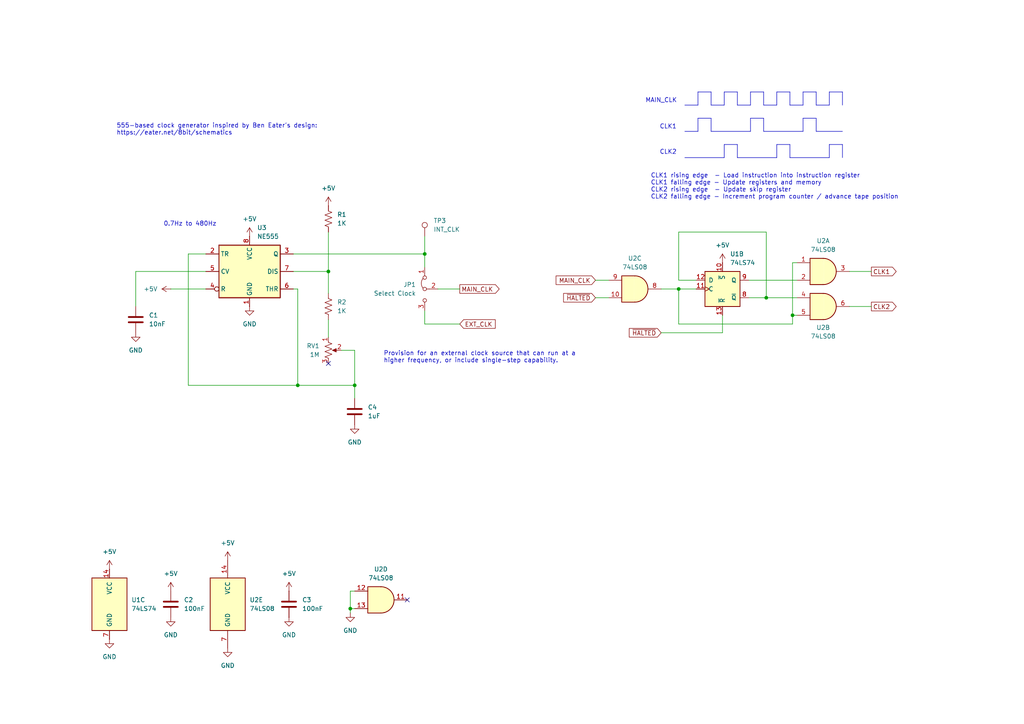
<source format=kicad_sch>
(kicad_sch (version 20231120) (generator "eeschema") (generator_version "8.0")
  (paper "A4")
  (title_block (title "UE1-TTL Clock and Front Panel") (date "2025") (rev "1") (comment 1 "Copyright (c) 2025 Rhys Weatherley") (comment 3 "Clock"))
  (lib_symbols
    (symbol "74xx:74LS08" (pin_names (offset 1.016))
      (property "Reference" "U" (at 0 1.27 0))
      (property "Value" "74LS08" (at 0 -1.27 0))
      (symbol "74LS08_1_1"
        (arc (start 0 -3.81) (mid 3.7934 0) (end 0 3.81) (stroke (width 0.254)) (fill (type background)))
        (polyline (pts (xy 0 3.81) (xy -3.81 3.81) (xy -3.81 -3.81) (xy 0 -3.81)) (stroke (width 0.254)) (fill (type background)))
        (pin input line (at -7.62 2.54 0) (length 3.81) (name "~") (number "1"))
        (pin input line (at -7.62 -2.54 0) (length 3.81) (name "~") (number "2"))
        (pin output line (at 7.62 0 180) (length 3.81) (name "~") (number "3"))
      )
      (symbol "74LS08_1_2"
        (arc (start -3.81 -3.81) (mid -2.589 0) (end -3.81 3.81) (stroke (width 0.254)))
        (arc (start -0.6096 -3.81) (mid 2.1842 -2.5851) (end 3.81 0) (stroke (width 0.254)) (fill (type background)))
        (polyline (pts (xy -3.81 -3.81) (xy -0.635 -3.81)) (stroke (width 0.254)) (fill (type background)))
        (polyline (pts (xy -3.81 3.81) (xy -0.635 3.81)) (stroke (width 0.254)) (fill (type background)))
        (polyline (pts (xy -0.635 3.81) (xy -3.81 3.81) (xy -3.81 3.81) (xy -3.556 3.4036) (xy -3.0226 2.2606) (xy -2.6924 1.0414) (xy -2.6162 -0.254) (xy -2.7686 -1.4986) (xy -3.175 -2.7178) (xy -3.81 -3.81) (xy -3.81 -3.81) (xy -0.635 -3.81)) (stroke (width -25.4)) (fill (type background)))
        (arc (start 3.81 0) (mid 2.1915 2.5936) (end -0.6096 3.81) (stroke (width 0.254)) (fill (type background)))
        (pin input inverted (at -7.62 2.54 0) (length 4.318) (name "~") (number "1"))
        (pin input inverted (at -7.62 -2.54 0) (length 4.318) (name "~") (number "2"))
        (pin output inverted (at 7.62 0 180) (length 3.81) (name "~") (number "3"))
      )
      (symbol "74LS08_2_1"
        (arc (start 0 -3.81) (mid 3.7934 0) (end 0 3.81) (stroke (width 0.254)) (fill (type background)))
        (polyline (pts (xy 0 3.81) (xy -3.81 3.81) (xy -3.81 -3.81) (xy 0 -3.81)) (stroke (width 0.254)) (fill (type background)))
        (pin input line (at -7.62 2.54 0) (length 3.81) (name "~") (number "4"))
        (pin input line (at -7.62 -2.54 0) (length 3.81) (name "~") (number "5"))
        (pin output line (at 7.62 0 180) (length 3.81) (name "~") (number "6"))
      )
      (symbol "74LS08_2_2"
        (arc (start -3.81 -3.81) (mid -2.589 0) (end -3.81 3.81) (stroke (width 0.254)))
        (arc (start -0.6096 -3.81) (mid 2.1842 -2.5851) (end 3.81 0) (stroke (width 0.254)) (fill (type background)))
        (polyline (pts (xy -3.81 -3.81) (xy -0.635 -3.81)) (stroke (width 0.254)) (fill (type background)))
        (polyline (pts (xy -3.81 3.81) (xy -0.635 3.81)) (stroke (width 0.254)) (fill (type background)))
        (polyline (pts (xy -0.635 3.81) (xy -3.81 3.81) (xy -3.81 3.81) (xy -3.556 3.4036) (xy -3.0226 2.2606) (xy -2.6924 1.0414) (xy -2.6162 -0.254) (xy -2.7686 -1.4986) (xy -3.175 -2.7178) (xy -3.81 -3.81) (xy -3.81 -3.81) (xy -0.635 -3.81)) (stroke (width -25.4)) (fill (type background)))
        (arc (start 3.81 0) (mid 2.1915 2.5936) (end -0.6096 3.81) (stroke (width 0.254)) (fill (type background)))
        (pin input inverted (at -7.62 2.54 0) (length 4.318) (name "~") (number "4"))
        (pin input inverted (at -7.62 -2.54 0) (length 4.318) (name "~") (number "5"))
        (pin output inverted (at 7.62 0 180) (length 3.81) (name "~") (number "6"))
      )
      (symbol "74LS08_3_1"
        (arc (start 0 -3.81) (mid 3.7934 0) (end 0 3.81) (stroke (width 0.254)) (fill (type background)))
        (polyline (pts (xy 0 3.81) (xy -3.81 3.81) (xy -3.81 -3.81) (xy 0 -3.81)) (stroke (width 0.254)) (fill (type background)))
        (pin input line (at -7.62 -2.54 0) (length 3.81) (name "~") (number "10"))
        (pin output line (at 7.62 0 180) (length 3.81) (name "~") (number "8"))
        (pin input line (at -7.62 2.54 0) (length 3.81) (name "~") (number "9"))
      )
      (symbol "74LS08_3_2"
        (arc (start -3.81 -3.81) (mid -2.589 0) (end -3.81 3.81) (stroke (width 0.254)))
        (arc (start -0.6096 -3.81) (mid 2.1842 -2.5851) (end 3.81 0) (stroke (width 0.254)) (fill (type background)))
        (polyline (pts (xy -3.81 -3.81) (xy -0.635 -3.81)) (stroke (width 0.254)) (fill (type background)))
        (polyline (pts (xy -3.81 3.81) (xy -0.635 3.81)) (stroke (width 0.254)) (fill (type background)))
        (polyline (pts (xy -0.635 3.81) (xy -3.81 3.81) (xy -3.81 3.81) (xy -3.556 3.4036) (xy -3.0226 2.2606) (xy -2.6924 1.0414) (xy -2.6162 -0.254) (xy -2.7686 -1.4986) (xy -3.175 -2.7178) (xy -3.81 -3.81) (xy -3.81 -3.81) (xy -0.635 -3.81)) (stroke (width -25.4)) (fill (type background)))
        (arc (start 3.81 0) (mid 2.1915 2.5936) (end -0.6096 3.81) (stroke (width 0.254)) (fill (type background)))
        (pin input inverted (at -7.62 -2.54 0) (length 4.318) (name "~") (number "10"))
        (pin output inverted (at 7.62 0 180) (length 3.81) (name "~") (number "8"))
        (pin input inverted (at -7.62 2.54 0) (length 4.318) (name "~") (number "9"))
      )
      (symbol "74LS08_4_1"
        (arc (start 0 -3.81) (mid 3.7934 0) (end 0 3.81) (stroke (width 0.254)) (fill (type background)))
        (polyline (pts (xy 0 3.81) (xy -3.81 3.81) (xy -3.81 -3.81) (xy 0 -3.81)) (stroke (width 0.254)) (fill (type background)))
        (pin output line (at 7.62 0 180) (length 3.81) (name "~") (number "11"))
        (pin input line (at -7.62 2.54 0) (length 3.81) (name "~") (number "12"))
        (pin input line (at -7.62 -2.54 0) (length 3.81) (name "~") (number "13"))
      )
      (symbol "74LS08_4_2"
        (arc (start -3.81 -3.81) (mid -2.589 0) (end -3.81 3.81) (stroke (width 0.254)))
        (arc (start -0.6096 -3.81) (mid 2.1842 -2.5851) (end 3.81 0) (stroke (width 0.254)) (fill (type background)))
        (polyline (pts (xy -3.81 -3.81) (xy -0.635 -3.81)) (stroke (width 0.254)) (fill (type background)))
        (polyline (pts (xy -3.81 3.81) (xy -0.635 3.81)) (stroke (width 0.254)) (fill (type background)))
        (polyline (pts (xy -0.635 3.81) (xy -3.81 3.81) (xy -3.81 3.81) (xy -3.556 3.4036) (xy -3.0226 2.2606) (xy -2.6924 1.0414) (xy -2.6162 -0.254) (xy -2.7686 -1.4986) (xy -3.175 -2.7178) (xy -3.81 -3.81) (xy -3.81 -3.81) (xy -0.635 -3.81)) (stroke (width -25.4)) (fill (type background)))
        (arc (start 3.81 0) (mid 2.1915 2.5936) (end -0.6096 3.81) (stroke (width 0.254)) (fill (type background)))
        (pin output inverted (at 7.62 0 180) (length 3.81) (name "~") (number "11"))
        (pin input inverted (at -7.62 2.54 0) (length 4.318) (name "~") (number "12"))
        (pin input inverted (at -7.62 -2.54 0) (length 4.318) (name "~") (number "13"))
      )
      (symbol "74LS08_5_0"
        (pin power_in line (at 0 12.7 270) (length 5.08) (name "VCC") (number "14"))
        (pin power_in line (at 0 -12.7 90) (length 5.08) (name "GND") (number "7"))
      )
      (symbol "74LS08_5_1"
        (rectangle (start -5.08 7.62) (end 5.08 -7.62) (stroke (width 0.254)) (fill (type background)))
      )
    )
    (symbol "74xx:74LS74" (pin_names (offset 1.016))
      (property "Reference" "U" (at -7.62 8.89 0))
      (property "Value" "74LS74" (at -7.62 -8.89 0))
      (symbol "74LS74_1_0"
        (pin input line (at 0 -7.62 90) (length 2.54) (name "~{R}") (number "1"))
        (pin input line (at -7.62 2.54 0) (length 2.54) (name "D") (number "2"))
        (pin input clock (at -7.62 0 0) (length 2.54) (name "C") (number "3"))
        (pin input line (at 0 7.62 270) (length 2.54) (name "~{S}") (number "4"))
        (pin output line (at 7.62 2.54 180) (length 2.54) (name "Q") (number "5"))
        (pin output line (at 7.62 -2.54 180) (length 2.54) (name "~{Q}") (number "6"))
      )
      (symbol "74LS74_1_1"
        (rectangle (start -5.08 5.08) (end 5.08 -5.08) (stroke (width 0.254)) (fill (type background)))
      )
      (symbol "74LS74_2_0"
        (pin input line (at 0 7.62 270) (length 2.54) (name "~{S}") (number "10"))
        (pin input clock (at -7.62 0 0) (length 2.54) (name "C") (number "11"))
        (pin input line (at -7.62 2.54 0) (length 2.54) (name "D") (number "12"))
        (pin input line (at 0 -7.62 90) (length 2.54) (name "~{R}") (number "13"))
        (pin output line (at 7.62 -2.54 180) (length 2.54) (name "~{Q}") (number "8"))
        (pin output line (at 7.62 2.54 180) (length 2.54) (name "Q") (number "9"))
      )
      (symbol "74LS74_2_1"
        (rectangle (start -5.08 5.08) (end 5.08 -5.08) (stroke (width 0.254)) (fill (type background)))
      )
      (symbol "74LS74_3_0"
        (pin power_in line (at 0 10.16 270) (length 2.54) (name "VCC") (number "14"))
        (pin power_in line (at 0 -10.16 90) (length 2.54) (name "GND") (number "7"))
      )
      (symbol "74LS74_3_1"
        (rectangle (start -5.08 7.62) (end 5.08 -7.62) (stroke (width 0.254)) (fill (type background)))
      )
    )
    (symbol "Connector:TestPoint" (pin_numbers hide) (pin_names (offset 0.762) hide)
      (property "Reference" "TP" (at 0 6.858 0))
      (property "Value" "TestPoint" (at 0 5.08 0))
      (symbol "TestPoint_0_1"
        (circle (center 0 3.302) (radius 0.762))
      )
      (symbol "TestPoint_1_1"
        (pin passive line (at 0 0 90) (length 2.54) (name "1") (number "1"))
      )
    )
    (symbol "Device:C" (pin_numbers hide) (pin_names (offset 0.254))
      (property "Reference" "C" (at 0.635 2.54 0))
      (property "Value" "C" (at 0.635 -2.54 0))
      (symbol "C_0_1"
        (polyline (pts (xy -2.032 -0.762) (xy 2.032 -0.762)) (stroke (width 0.508)))
        (polyline (pts (xy -2.032 0.762) (xy 2.032 0.762)) (stroke (width 0.508)))
      )
      (symbol "C_1_1"
        (pin passive line (at 0 3.81 270) (length 2.794) (name "~") (number "1"))
        (pin passive line (at 0 -3.81 90) (length 2.794) (name "~") (number "2"))
      )
    )
    (symbol "Device:R_Potentiometer_US" (pin_names (offset 1.016) hide)
      (property "Reference" "RV" (at -4.445 0 90))
      (property "Value" "R_Potentiometer_US" (at -2.54 0 90))
      (symbol "R_Potentiometer_US_0_1"
        (polyline (pts (xy 0 -2.286) (xy 0 -2.54)))
        (polyline (pts (xy 0 2.54) (xy 0 2.286)))
        (polyline (pts (xy 2.54 0) (xy 1.524 0)))
        (polyline (pts (xy 1.143 0) (xy 2.286 0.508) (xy 2.286 -0.508) (xy 1.143 0)) (fill (type outline)))
        (polyline (pts (xy 0 -0.762) (xy 1.016 -1.143) (xy 0 -1.524) (xy -1.016 -1.905) (xy 0 -2.286)))
        (polyline (pts (xy 0 0.762) (xy 1.016 0.381) (xy 0 0) (xy -1.016 -0.381) (xy 0 -0.762)))
        (polyline (pts (xy 0 2.286) (xy 1.016 1.905) (xy 0 1.524) (xy -1.016 1.143) (xy 0 0.762)))
      )
      (symbol "R_Potentiometer_US_1_1"
        (pin passive line (at 0 3.81 270) (length 1.27) (name "1") (number "1"))
        (pin passive line (at 3.81 0 180) (length 1.27) (name "2") (number "2"))
        (pin passive line (at 0 -3.81 90) (length 1.27) (name "3") (number "3"))
      )
    )
    (symbol "Device:R_US" (pin_numbers hide) (pin_names (offset 0))
      (property "Reference" "R" (at 2.54 0 90))
      (property "Value" "R_US" (at -2.54 0 90))
      (symbol "R_US_0_1"
        (polyline (pts (xy 0 -2.286) (xy 0 -2.54)))
        (polyline (pts (xy 0 2.286) (xy 0 2.54)))
        (polyline (pts (xy 0 -0.762) (xy 1.016 -1.143) (xy 0 -1.524) (xy -1.016 -1.905) (xy 0 -2.286)))
        (polyline (pts (xy 0 0.762) (xy 1.016 0.381) (xy 0 0) (xy -1.016 -0.381) (xy 0 -0.762)))
        (polyline (pts (xy 0 2.286) (xy 1.016 1.905) (xy 0 1.524) (xy -1.016 1.143) (xy 0 0.762)))
      )
      (symbol "R_US_1_1"
        (pin passive line (at 0 3.81 270) (length 1.27) (name "~") (number "1"))
        (pin passive line (at 0 -3.81 90) (length 1.27) (name "~") (number "2"))
      )
    )
    (symbol "Jumper:Jumper_3_Bridged12" (pin_names (offset 0) hide) (exclude_from_sim yes) (in_bom no)
      (property "Reference" "JP" (at -2.54 -2.54 0))
      (property "Value" "Jumper_3_Bridged12" (at 0 2.794 0))
      (symbol "Jumper_3_Bridged12_0_0"
        (circle (center -3.302 0) (radius 0.508))
        (circle (center 0 0) (radius 0.508))
        (circle (center 3.302 0) (radius 0.508))
      )
      (symbol "Jumper_3_Bridged12_0_1"
        (arc (start -0.254 0.508) (mid -1.651 0.9912) (end -3.048 0.508))
        (polyline (pts (xy 0 -1.27) (xy 0 -0.508)))
      )
      (symbol "Jumper_3_Bridged12_1_1"
        (pin passive line (at -6.35 0 0) (length 2.54) (name "A") (number "1"))
        (pin passive line (at 0 -3.81 90) (length 2.54) (name "C") (number "2"))
        (pin passive line (at 6.35 0 180) (length 2.54) (name "B") (number "3"))
      )
    )
    (symbol "Timer:NE555P"
      (property "Reference" "U" (at -10.16 8.89 0))
      (property "Value" "NE555P" (at 2.54 8.89 0))
      (symbol "NE555P_0_0"
        (pin power_in line (at 0 -10.16 90) (length 2.54) (name "GND") (number "1"))
        (pin power_in line (at 0 10.16 270) (length 2.54) (name "VCC") (number "8"))
      )
      (symbol "NE555P_0_1"
        (rectangle (start -8.89 -7.62) (end 8.89 7.62) (stroke (width 0.254)) (fill (type background)))
        (rectangle (start -8.89 -7.62) (end 8.89 7.62) (stroke (width 0.254)) (fill (type background)))
      )
      (symbol "NE555P_1_1"
        (pin input line (at -12.7 5.08 0) (length 3.81) (name "TR") (number "2"))
        (pin output line (at 12.7 5.08 180) (length 3.81) (name "Q") (number "3"))
        (pin input inverted (at -12.7 -5.08 0) (length 3.81) (name "R") (number "4"))
        (pin input line (at -12.7 0 0) (length 3.81) (name "CV") (number "5"))
        (pin input line (at 12.7 -5.08 180) (length 3.81) (name "THR") (number "6"))
        (pin input line (at 12.7 0 180) (length 3.81) (name "DIS") (number "7"))
      )
    )
    (symbol "power:+5V" (power) (pin_numbers hide) (pin_names (offset 0) hide)
      (property "Value" "+5V" (at 0 3.556 0))
      (symbol "+5V_0_1"
        (polyline (pts (xy -0.762 1.27) (xy 0 2.54)))
        (polyline (pts (xy 0 0) (xy 0 2.54)))
        (polyline (pts (xy 0 2.54) (xy 0.762 1.27)))
      )
      (symbol "+5V_1_1"
        (pin power_in line (at 0 0 90) (length 0) (name "~") (number "1"))
      )
    )
    (symbol "power:GND" (power) (pin_numbers hide) (pin_names (offset 0) hide)
      (property "Value" "GND" (at 0 -3.81 0))
      (symbol "GND_0_1"
        (polyline (pts (xy 0 0) (xy 0 -1.27) (xy 1.27 -1.27) (xy 0 -2.54) (xy -1.27 -1.27) (xy 0 -1.27)))
      )
      (symbol "GND_1_1"
        (pin power_in line (at 0 0 270) (length 0) (name "~") (number "1"))
      )
    )
  )
  (junction (at 101.6 176.53))
  (junction (at 102.87 111.76))
  (junction (at 229.87 91.44))
  (junction (at 222.25 86.36))
  (junction (at 95.25 78.74))
  (junction (at 196.85 83.82))
  (junction (at 123.19 73.66))
  (junction (at 86.36 111.76))
  (no_connect (at 95.25 105.41))
  (no_connect (at 118.11 173.99))
  (wire (pts (xy 123.19 68.58) (xy 123.19 73.66)))
  (polyline (pts (xy 198.628 30.48) (xy 202.438 30.48)))
  (polyline (pts (xy 202.438 26.67) (xy 206.248 26.67)))
  (wire (pts (xy 196.85 67.31) (xy 196.85 81.28)))
  (polyline (pts (xy 217.678 34.29) (xy 221.488 34.29)))
  (polyline (pts (xy 244.348 41.91) (xy 244.348 45.72)))
  (wire (pts (xy 86.36 83.82) (xy 86.36 111.76)))
  (wire (pts (xy 229.87 91.44) (xy 229.87 93.98)))
  (polyline (pts (xy 213.868 45.72) (xy 225.298 45.72)))
  (polyline (pts (xy 213.868 26.67) (xy 213.868 30.48)))
  (wire (pts (xy 191.77 83.82) (xy 196.85 83.82)))
  (wire (pts (xy 85.09 78.74) (xy 95.25 78.74)))
  (wire (pts (xy 95.25 78.74) (xy 95.25 85.09)))
  (polyline (pts (xy 240.538 30.48) (xy 240.538 26.67)))
  (polyline (pts (xy 236.728 26.67) (xy 236.728 30.48)))
  (wire (pts (xy 102.87 101.6) (xy 102.87 111.76)))
  (wire (pts (xy 246.38 78.74) (xy 252.73 78.74)))
  (wire (pts (xy 229.87 76.2) (xy 229.87 91.44)))
  (wire (pts (xy 246.38 88.9) (xy 252.73 88.9)))
  (polyline (pts (xy 229.108 26.67) (xy 229.108 30.48)))
  (wire (pts (xy 172.72 86.36) (xy 176.53 86.36)))
  (wire (pts (xy 217.17 86.36) (xy 222.25 86.36)))
  (wire (pts (xy 196.85 81.28) (xy 201.93 81.28)))
  (polyline (pts (xy 221.488 34.29) (xy 221.488 38.1)))
  (polyline (pts (xy 236.728 34.29) (xy 236.728 38.1)))
  (polyline (pts (xy 225.298 26.67) (xy 229.108 26.67)))
  (wire (pts (xy 49.53 83.82) (xy 59.69 83.82)))
  (polyline (pts (xy 225.298 41.91) (xy 229.108 41.91)))
  (polyline (pts (xy 236.728 30.48) (xy 240.538 30.48)))
  (wire (pts (xy 196.85 83.82) (xy 201.93 83.82)))
  (wire (pts (xy 85.09 83.82) (xy 86.36 83.82)))
  (wire (pts (xy 196.85 93.98) (xy 196.85 83.82)))
  (polyline (pts (xy 198.628 45.72) (xy 210.058 45.72)))
  (wire (pts (xy 54.61 111.76) (xy 54.61 73.66)))
  (polyline (pts (xy 206.248 30.48) (xy 210.058 30.48)))
  (wire (pts (xy 222.25 67.31) (xy 196.85 67.31)))
  (wire (pts (xy 39.37 78.74) (xy 39.37 88.9)))
  (wire (pts (xy 54.61 73.66) (xy 59.69 73.66)))
  (polyline (pts (xy 202.438 38.1) (xy 202.438 34.29)))
  (wire (pts (xy 101.6 171.45) (xy 102.87 171.45)))
  (polyline (pts (xy 206.248 38.1) (xy 217.678 38.1)))
  (polyline (pts (xy 229.108 45.72) (xy 240.538 45.72)))
  (polyline (pts (xy 221.488 26.67) (xy 221.488 30.48)))
  (wire (pts (xy 86.36 111.76) (xy 54.61 111.76)))
  (polyline (pts (xy 210.058 26.67) (xy 213.868 26.67)))
  (polyline (pts (xy 202.438 30.48) (xy 202.438 26.67)))
  (polyline (pts (xy 206.248 34.29) (xy 206.248 38.1)))
  (polyline (pts (xy 206.248 26.67) (xy 206.248 30.48)))
  (polyline (pts (xy 217.678 26.67) (xy 221.488 26.67)))
  (polyline (pts (xy 217.678 30.48) (xy 217.678 26.67)))
  (polyline (pts (xy 240.538 41.91) (xy 244.348 41.91)))
  (wire (pts (xy 39.37 78.74) (xy 59.69 78.74)))
  (wire (pts (xy 222.25 86.36) (xy 231.14 86.36)))
  (polyline (pts (xy 232.918 30.48) (xy 232.918 26.67)))
  (wire (pts (xy 102.87 111.76) (xy 102.87 115.57)))
  (polyline (pts (xy 210.058 45.72) (xy 210.058 41.91)))
  (polyline (pts (xy 240.538 26.67) (xy 244.348 26.67)))
  (wire (pts (xy 101.6 177.8) (xy 101.6 176.53)))
  (polyline (pts (xy 244.348 26.67) (xy 244.348 30.48)))
  (polyline (pts (xy 221.488 38.1) (xy 232.918 38.1)))
  (wire (pts (xy 229.87 91.44) (xy 231.14 91.44)))
  (polyline (pts (xy 210.058 41.91) (xy 213.868 41.91)))
  (wire (pts (xy 86.36 111.76) (xy 102.87 111.76)))
  (wire (pts (xy 123.19 73.66) (xy 123.19 77.47)))
  (polyline (pts (xy 217.678 38.1) (xy 217.678 34.29)))
  (wire (pts (xy 101.6 176.53) (xy 102.87 176.53)))
  (polyline (pts (xy 221.488 30.48) (xy 225.298 30.48)))
  (wire (pts (xy 191.77 96.52) (xy 209.55 96.52)))
  (wire (pts (xy 85.09 73.66) (xy 123.19 73.66)))
  (polyline (pts (xy 232.918 38.1) (xy 232.918 34.29)))
  (wire (pts (xy 95.25 67.31) (xy 95.25 78.74)))
  (polyline (pts (xy 232.918 26.67) (xy 236.728 26.67)))
  (polyline (pts (xy 229.108 30.48) (xy 232.918 30.48)))
  (polyline (pts (xy 198.628 38.1) (xy 202.438 38.1)))
  (wire (pts (xy 127 83.82) (xy 133.35 83.82)))
  (wire (pts (xy 229.87 93.98) (xy 196.85 93.98)))
  (polyline (pts (xy 240.538 45.72) (xy 240.538 41.91)))
  (polyline (pts (xy 202.438 34.29) (xy 206.248 34.29)))
  (polyline (pts (xy 213.868 30.48) (xy 217.678 30.48)))
  (polyline (pts (xy 236.728 38.1) (xy 244.348 38.1)))
  (wire (pts (xy 172.72 81.28) (xy 176.53 81.28)))
  (wire (pts (xy 99.06 101.6) (xy 102.87 101.6)))
  (wire (pts (xy 222.25 86.36) (xy 222.25 67.31)))
  (polyline (pts (xy 213.868 41.91) (xy 213.868 45.72)))
  (polyline (pts (xy 225.298 30.48) (xy 225.298 26.67)))
  (polyline (pts (xy 210.058 30.48) (xy 210.058 26.67)))
  (wire (pts (xy 101.6 176.53) (xy 101.6 171.45)))
  (polyline (pts (xy 229.108 41.91) (xy 229.108 45.72)))
  (polyline (pts (xy 232.918 34.29) (xy 236.728 34.29)))
  (polyline (pts (xy 225.298 45.72) (xy 225.298 41.91)))
  (wire (pts (xy 133.35 93.98) (xy 123.19 93.98)))
  (wire (pts (xy 231.14 76.2) (xy 229.87 76.2)))
  (wire (pts (xy 123.19 93.98) (xy 123.19 90.17)))
  (wire (pts (xy 95.25 92.71) (xy 95.25 97.79)))
  (wire (pts (xy 217.17 81.28) (xy 231.14 81.28)))
  (wire (pts (xy 209.55 96.52) (xy 209.55 91.44)))
  (text "0.7Hz to 480Hz" (at 55.118 65.024 0) (effects (font (size 1.27 1.27))))
  (text "Provision for an external clock source that can run at a\nhigher frequency, or include single-step capability." (at 111.252 103.632 0) (effects (font (size 1.27 1.27)) (justify left)))
  (text "CLK1 rising edge  - Load instruction into instruction register\nCLK1 falling edge - Update registers and memory\nCLK2 rising edge  - Update skip register\nCLK2 falling edge - Increment program counter / advance tape position" (at 188.722 54.102 0) (effects (font (size 1.27 1.27)) (justify left)))
  (text "555-based clock generator inspired by Ben Eater's design:\nhttps://eater.net/8bit/schematics" (at 33.782 37.592 0) (effects (font (size 1.27 1.27)) (justify left)))
  (text "MAIN_CLK" (at 191.77 29.21 0) (effects (font (size 1.27 1.27))))
  (text "CLK2" (at 193.802 44.196 0) (effects (font (size 1.27 1.27))))
  (text "CLK1" (at 193.802 36.83 0) (effects (font (size 1.27 1.27))))
  (global_label "CLK2" (shape output) (at 252.73 88.9 0) (property "Intersheetrefs" "${INTERSHEET_REFS}" (effects (hide yes))))
  (global_label "~{HALTED}" (shape input) (at 191.77 96.52 180) (property "Intersheetrefs" "${INTERSHEET_REFS}" (effects (hide yes))))
  (global_label "~{HALTED}" (shape input) (at 172.72 86.36 180) (property "Intersheetrefs" "${INTERSHEET_REFS}" (effects (hide yes))))
  (global_label "MAIN_CLK" (shape output) (at 133.35 83.82 0) (property "Intersheetrefs" "${INTERSHEET_REFS}" (effects (hide yes))))
  (global_label "EXT_CLK" (shape input) (at 133.35 93.98 0) (property "Intersheetrefs" "${INTERSHEET_REFS}" (effects (hide yes))))
  (global_label "CLK1" (shape output) (at 252.73 78.74 0) (property "Intersheetrefs" "${INTERSHEET_REFS}" (effects (hide yes))))
  (global_label "MAIN_CLK" (shape input) (at 172.72 81.28 180) (property "Intersheetrefs" "${INTERSHEET_REFS}" (effects (hide yes))))
  (symbol (lib_id "power:GND") (at 102.87 123.19 0) (unit 1)
    (property "Reference" "#PWR23" (effects (hide yes)))
    (property "Value" "GND" (at 102.87 128.27 0))
    (property "Description" "Power symbol creates a global label with name \"GND\" , ground" (effects (hide yes)))
  )
  (symbol (lib_id "Device:C") (at 83.82 175.26 0) (unit 1)
    (property "Reference" "C3" (at 87.63 173.9899 0) (effects (justify left)))
    (property "Value" "100nF" (at 87.63 176.5299 0) (effects (justify left)))
    (property "Footprint" "Capacitor_THT:C_Disc_D5.0mm_W2.5mm_P5.00mm" (effects (hide yes)))
    (property "Description" "Unpolarized capacitor" (effects (hide yes)))
  )
  (symbol (lib_id "power:+5V") (at 66.04 162.56 0) (unit 1)
    (property "Reference" "#PWR15" (effects (hide yes)))
    (property "Value" "+5V" (at 66.04 157.48 0))
    (property "Description" "Power symbol creates a global label with name \"+5V\"" (effects (hide yes)))
  )
  (symbol (lib_id "Device:R_Potentiometer_US") (at 95.25 101.6 0) (unit 1)
    (property "Reference" "RV1" (at 92.71 100.3299 0) (effects (justify right)))
    (property "Value" "1M" (at 92.71 102.8699 0) (effects (justify right)))
    (property "Footprint" "Potentiometer_THT:Potentiometer_Bourns_3266Y_Vertical" (effects (hide yes)))
    (property "Description" "Potentiometer, US symbol" (effects (hide yes)))
  )
  (symbol (lib_id "power:+5V") (at 95.25 59.69 0) (unit 1)
    (property "Reference" "#PWR21" (effects (hide yes)))
    (property "Value" "+5V" (at 95.25 54.61 0))
    (property "Description" "Power symbol creates a global label with name \"+5V\"" (effects (hide yes)))
  )
  (symbol (lib_id "Device:C") (at 39.37 92.71 0) (unit 1)
    (property "Reference" "C1" (at 43.18 91.4399 0) (effects (justify left)))
    (property "Value" "10nF" (at 43.18 93.9799 0) (effects (justify left)))
    (property "Footprint" "Capacitor_THT:C_Disc_D5.0mm_W2.5mm_P5.00mm" (effects (hide yes)))
  )
  (symbol (lib_id "Device:R_US") (at 95.25 88.9 0) (unit 1)
    (property "Reference" "R2" (at 97.79 87.6299 0) (effects (justify left)))
    (property "Value" "1K" (at 97.79 90.1699 0) (effects (justify left)))
    (property "Footprint" "Resistor_THT:R_Axial_DIN0207_L6.3mm_D2.5mm_P7.62mm_Horizontal" (effects (hide yes)))
    (property "Description" "Resistor, US symbol" (effects (hide yes)))
  )
  (symbol (lib_id "power:+5V") (at 31.75 165.1 0) (unit 1)
    (property "Reference" "#PWR9" (effects (hide yes)))
    (property "Value" "+5V" (at 31.75 160.02 0))
    (property "Description" "Power symbol creates a global label with name \"+5V\"" (effects (hide yes)))
  )
  (symbol (lib_id "Timer:NE555P") (at 72.39 78.74 0) (unit 1)
    (property "Reference" "U3" (at 74.5841 66.04 0) (effects (justify left)))
    (property "Value" "NE555" (at 74.5841 68.58 0) (effects (justify left)))
    (property "Footprint" "Package_DIP:DIP-8_W7.62mm" (effects (hide yes)))
    (property "Datasheet" "http://www.ti.com/lit/ds/symlink/ne555.pdf" (effects (hide yes)))
    (property "Description" "Precision Timers, 555 compatible,  PDIP-8" (effects (hide yes)))
  )
  (symbol (lib_id "power:+5V") (at 209.55 76.2 0) (unit 1)
    (property "Reference" "#PWR24" (effects (hide yes)))
    (property "Value" "+5V" (at 209.55 71.12 0))
    (property "Description" "Power symbol creates a global label with name \"+5V\"" (effects (hide yes)))
  )
  (symbol (lib_id "Device:C") (at 49.53 175.26 0) (unit 1)
    (property "Reference" "C2" (at 53.34 173.9899 0) (effects (justify left)))
    (property "Value" "100nF" (at 53.34 176.5299 0) (effects (justify left)))
    (property "Footprint" "Capacitor_THT:C_Disc_D5.0mm_W2.5mm_P5.00mm" (effects (hide yes)))
    (property "Description" "Unpolarized capacitor" (effects (hide yes)))
  )
  (symbol (lib_id "power:GND") (at 39.37 96.52 0) (unit 1)
    (property "Reference" "#PWR11" (effects (hide yes)))
    (property "Value" "GND" (at 39.37 101.6 0))
    (property "Description" "Power symbol creates a global label with name \"GND\" , ground" (effects (hide yes)))
  )
  (symbol (lib_id "Device:C") (at 102.87 119.38 0) (unit 1)
    (property "Reference" "C4" (at 106.68 118.1099 0) (effects (justify left)))
    (property "Value" "1uF" (at 106.68 120.6499 0) (effects (justify left)))
    (property "Footprint" "Capacitor_THT:C_Disc_D5.0mm_W2.5mm_P5.00mm" (effects (hide yes)))
  )
  (symbol (lib_id "power:+5V") (at 72.39 68.58 0) (unit 1)
    (property "Reference" "#PWR17" (effects (hide yes)))
    (property "Value" "+5V" (at 72.39 63.5 0))
    (property "Description" "Power symbol creates a global label with name \"+5V\"" (effects (hide yes)))
  )
  (symbol (lib_id "power:GND") (at 83.82 179.07 0) (unit 1)
    (property "Reference" "#PWR20" (effects (hide yes)))
    (property "Value" "GND" (at 83.82 184.15 0))
    (property "Description" "Power symbol creates a global label with name \"GND\" , ground" (effects (hide yes)))
  )
  (symbol (lib_id "power:GND") (at 101.6 177.8 0) (unit 1)
    (property "Reference" "#PWR22" (effects (hide yes)))
    (property "Value" "GND" (at 101.6 182.88 0))
    (property "Description" "Power symbol creates a global label with name \"GND\" , ground" (effects (hide yes)))
  )
  (symbol (lib_id "74xx:74LS74") (at 209.55 83.82 0) (unit 2)
    (property "Reference" "U1" (at 211.7441 73.66 0) (effects (justify left)))
    (property "Value" "74LS74" (at 211.7441 76.2 0) (effects (justify left)))
    (property "Footprint" "Package_DIP:DIP-14_W7.62mm" (effects (hide yes)))
    (property "Datasheet" "74xx/74hc_hct74.pdf" (effects (hide yes)))
    (property "Description" "Dual D Flip-flop, Set & Reset" (effects (hide yes)))
  )
  (symbol (lib_id "power:GND") (at 72.39 88.9 0) (unit 1)
    (property "Reference" "#PWR18" (effects (hide yes)))
    (property "Value" "GND" (at 72.39 93.98 0))
    (property "Description" "Power symbol creates a global label with name \"GND\" , ground" (effects (hide yes)))
  )
  (symbol (lib_id "74xx:74LS08") (at 238.76 88.9 0) (unit 2)
    (property "Reference" "U2" (at 238.76 94.996 0))
    (property "Value" "74LS08" (at 238.76 97.536 0))
    (property "Footprint" "Package_DIP:DIP-14_W7.62mm" (effects (hide yes)))
    (property "Datasheet" "http://www.ti.com/lit/gpn/sn74LS08" (effects (hide yes)))
    (property "Description" "Quad And2" (effects (hide yes)))
  )
  (symbol (lib_id "74xx:74LS08") (at 110.49 173.99 0) (unit 4)
    (property "Reference" "U2" (at 110.4817 165.1 0))
    (property "Value" "74LS08" (at 110.4817 167.64 0))
    (property "Footprint" "Package_DIP:DIP-14_W7.62mm" (effects (hide yes)))
    (property "Datasheet" "http://www.ti.com/lit/gpn/sn74LS08" (effects (hide yes)))
    (property "Description" "Quad And2" (effects (hide yes)))
  )
  (symbol (lib_id "Connector:TestPoint") (at 123.19 68.58 0) (unit 1)
    (property "Reference" "TP3" (at 125.73 64.0079 0) (effects (justify left)))
    (property "Value" "INT_CLK" (at 125.73 66.5479 0) (effects (justify left)))
    (property "Footprint" "TestPoint:TestPoint_Pad_D1.5mm" (effects (hide yes)))
    (property "Description" "test point" (effects (hide yes)))
  )
  (symbol (lib_id "Jumper:Jumper_3_Bridged12") (at 123.19 83.82 90) (mirror x) (unit 1) (exclude_from_sim yes) (in_bom no)
    (property "Reference" "JP1" (at 120.65 82.5499 90) (effects (justify left)))
    (property "Value" "Select Clock" (at 120.65 85.0899 90) (effects (justify left)))
    (property "Footprint" "Connector_PinHeader_2.54mm:PinHeader_1x03_P2.54mm_Vertical" (effects (hide yes)))
    (property "Description" "Jumper, 3-pole, pins 1+2 closed/bridged" (effects (hide yes)))
  )
  (symbol (lib_id "power:GND") (at 49.53 179.07 0) (unit 1)
    (property "Reference" "#PWR14" (effects (hide yes)))
    (property "Value" "GND" (at 49.53 184.15 0))
    (property "Description" "Power symbol creates a global label with name \"GND\" , ground" (effects (hide yes)))
  )
  (symbol (lib_id "power:GND") (at 31.75 185.42 0) (unit 1)
    (property "Reference" "#PWR10" (effects (hide yes)))
    (property "Value" "GND" (at 31.75 190.5 0))
    (property "Description" "Power symbol creates a global label with name \"GND\" , ground" (effects (hide yes)))
  )
  (symbol (lib_id "power:+5V") (at 83.82 171.45 0) (unit 1)
    (property "Reference" "#PWR19" (effects (hide yes)))
    (property "Value" "+5V" (at 83.82 166.37 0))
    (property "Description" "Power symbol creates a global label with name \"+5V\"" (effects (hide yes)))
  )
  (symbol (lib_id "power:+5V") (at 49.53 171.45 0) (unit 1)
    (property "Reference" "#PWR13" (effects (hide yes)))
    (property "Value" "+5V" (at 49.53 166.37 0))
    (property "Description" "Power symbol creates a global label with name \"+5V\"" (effects (hide yes)))
  )
  (symbol (lib_id "74xx:74LS08") (at 238.76 78.74 0) (unit 1)
    (property "Reference" "U2" (at 238.7517 69.85 0))
    (property "Value" "74LS08" (at 238.7517 72.39 0))
    (property "Footprint" "Package_DIP:DIP-14_W7.62mm" (effects (hide yes)))
    (property "Datasheet" "http://www.ti.com/lit/gpn/sn74LS08" (effects (hide yes)))
    (property "Description" "Quad And2" (effects (hide yes)))
  )
  (symbol (lib_id "74xx:74LS08") (at 66.04 175.26 0) (unit 5)
    (property "Reference" "U2" (at 72.39 173.9899 0) (effects (justify left)))
    (property "Value" "74LS08" (at 72.39 176.5299 0) (effects (justify left)))
    (property "Footprint" "Package_DIP:DIP-14_W7.62mm" (effects (hide yes)))
    (property "Datasheet" "http://www.ti.com/lit/gpn/sn74LS08" (effects (hide yes)))
    (property "Description" "Quad And2" (effects (hide yes)))
  )
  (symbol (lib_id "74xx:74LS74") (at 31.75 175.26 0) (unit 3)
    (property "Reference" "U1" (at 38.1 173.9899 0) (effects (justify left)))
    (property "Value" "74LS74" (at 38.1 176.5299 0) (effects (justify left)))
    (property "Footprint" "Package_DIP:DIP-14_W7.62mm" (effects (hide yes)))
    (property "Datasheet" "74xx/74hc_hct74.pdf" (effects (hide yes)))
    (property "Description" "Dual D Flip-flop, Set & Reset" (effects (hide yes)))
  )
  (symbol (lib_id "Device:R_US") (at 95.25 63.5 0) (unit 1)
    (property "Reference" "R1" (at 97.79 62.2299 0) (effects (justify left)))
    (property "Value" "1K" (at 97.79 64.7699 0) (effects (justify left)))
    (property "Footprint" "Resistor_THT:R_Axial_DIN0207_L6.3mm_D2.5mm_P7.62mm_Horizontal" (effects (hide yes)))
    (property "Description" "Resistor, US symbol" (effects (hide yes)))
  )
  (symbol (lib_id "power:GND") (at 66.04 187.96 0) (unit 1)
    (property "Reference" "#PWR16" (effects (hide yes)))
    (property "Value" "GND" (at 66.04 193.04 0))
    (property "Description" "Power symbol creates a global label with name \"GND\" , ground" (effects (hide yes)))
  )
  (symbol (lib_id "power:+5V") (at 49.53 83.82 90) (unit 1)
    (property "Reference" "#PWR12" (effects (hide yes)))
    (property "Value" "+5V" (at 45.72 83.8199 90) (effects (justify left)))
    (property "Description" "Power symbol creates a global label with name \"+5V\"" (effects (hide yes)))
  )
  (symbol (lib_id "74xx:74LS08") (at 184.15 83.82 0) (unit 3)
    (property "Reference" "U2" (at 184.1417 74.93 0))
    (property "Value" "74LS08" (at 184.1417 77.47 0))
    (property "Footprint" "Package_DIP:DIP-14_W7.62mm" (effects (hide yes)))
    (property "Datasheet" "http://www.ti.com/lit/gpn/sn74LS08" (effects (hide yes)))
    (property "Description" "Quad And2" (effects (hide yes)))
  )
)
</source>
